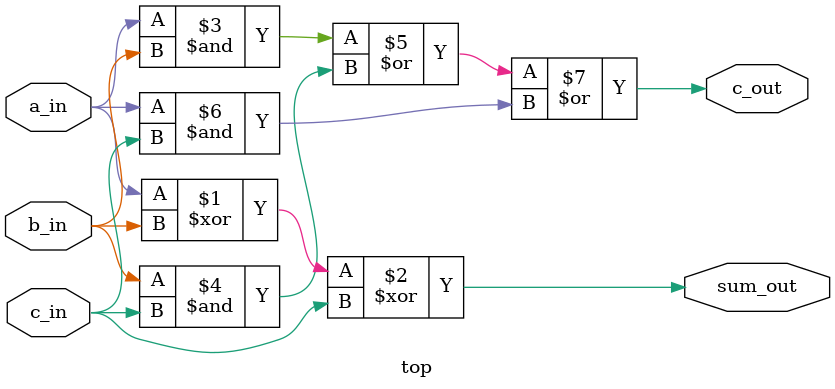
<source format=v>
module top (
    input  wire a_in,
    input  wire b_in,
    input  wire c_in,
    
    output wire sum_out,
    output wire c_out
);

assign sum_out = a_in ^ b_in ^ c_in;
assign c_out = (a_in & b_in) | (b_in & c_in) | (a_in & c_in);

endmodule //full_adder

</source>
